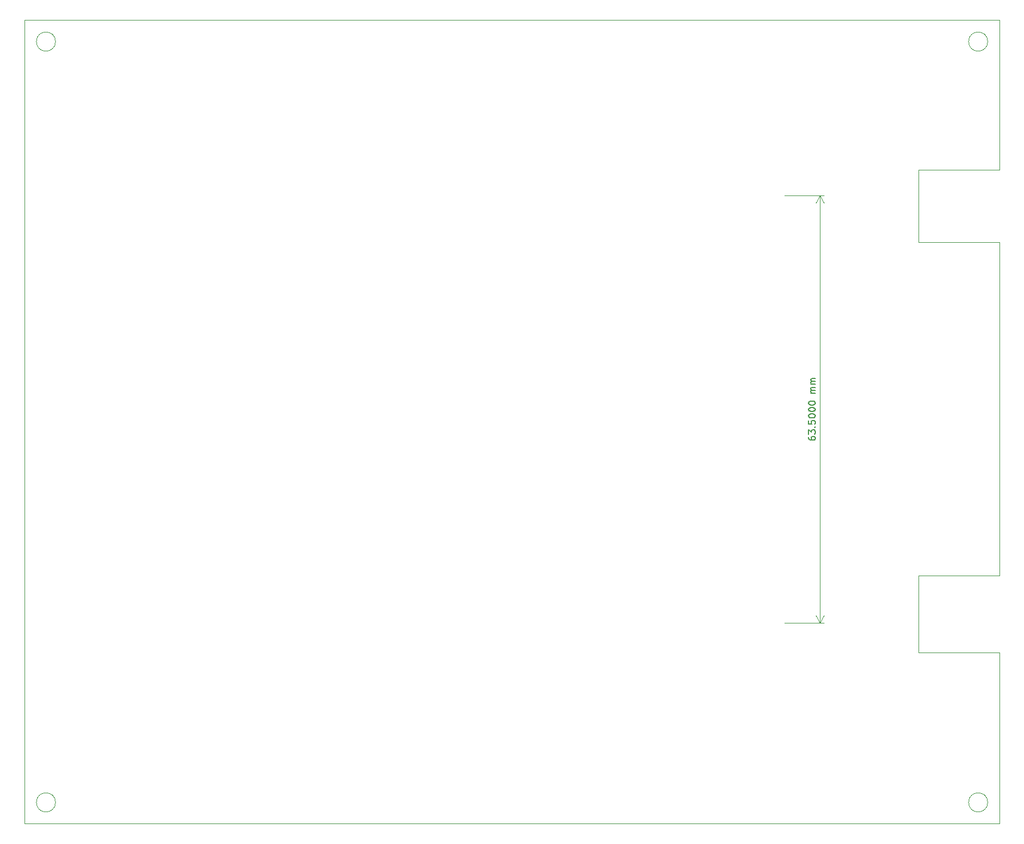
<source format=gbr>
%TF.GenerationSoftware,KiCad,Pcbnew,8.0.2*%
%TF.CreationDate,2024-05-12T20:19:38-06:00*%
%TF.ProjectId,devBoard,64657642-6f61-4726-942e-6b696361645f,rev?*%
%TF.SameCoordinates,Original*%
%TF.FileFunction,Profile,NP*%
%FSLAX46Y46*%
G04 Gerber Fmt 4.6, Leading zero omitted, Abs format (unit mm)*
G04 Created by KiCad (PCBNEW 8.0.2) date 2024-05-12 20:19:38*
%MOMM*%
%LPD*%
G01*
G04 APERTURE LIST*
%ADD10C,0.150000*%
%TA.AperFunction,Profile*%
%ADD11C,0.050000*%
%TD*%
G04 APERTURE END LIST*
D10*
X182137319Y-93042856D02*
X182137319Y-93233332D01*
X182137319Y-93233332D02*
X182184938Y-93328570D01*
X182184938Y-93328570D02*
X182232557Y-93376189D01*
X182232557Y-93376189D02*
X182375414Y-93471427D01*
X182375414Y-93471427D02*
X182565890Y-93519046D01*
X182565890Y-93519046D02*
X182946842Y-93519046D01*
X182946842Y-93519046D02*
X183042080Y-93471427D01*
X183042080Y-93471427D02*
X183089700Y-93423808D01*
X183089700Y-93423808D02*
X183137319Y-93328570D01*
X183137319Y-93328570D02*
X183137319Y-93138094D01*
X183137319Y-93138094D02*
X183089700Y-93042856D01*
X183089700Y-93042856D02*
X183042080Y-92995237D01*
X183042080Y-92995237D02*
X182946842Y-92947618D01*
X182946842Y-92947618D02*
X182708747Y-92947618D01*
X182708747Y-92947618D02*
X182613509Y-92995237D01*
X182613509Y-92995237D02*
X182565890Y-93042856D01*
X182565890Y-93042856D02*
X182518271Y-93138094D01*
X182518271Y-93138094D02*
X182518271Y-93328570D01*
X182518271Y-93328570D02*
X182565890Y-93423808D01*
X182565890Y-93423808D02*
X182613509Y-93471427D01*
X182613509Y-93471427D02*
X182708747Y-93519046D01*
X182137319Y-92614284D02*
X182137319Y-91995237D01*
X182137319Y-91995237D02*
X182518271Y-92328570D01*
X182518271Y-92328570D02*
X182518271Y-92185713D01*
X182518271Y-92185713D02*
X182565890Y-92090475D01*
X182565890Y-92090475D02*
X182613509Y-92042856D01*
X182613509Y-92042856D02*
X182708747Y-91995237D01*
X182708747Y-91995237D02*
X182946842Y-91995237D01*
X182946842Y-91995237D02*
X183042080Y-92042856D01*
X183042080Y-92042856D02*
X183089700Y-92090475D01*
X183089700Y-92090475D02*
X183137319Y-92185713D01*
X183137319Y-92185713D02*
X183137319Y-92471427D01*
X183137319Y-92471427D02*
X183089700Y-92566665D01*
X183089700Y-92566665D02*
X183042080Y-92614284D01*
X183042080Y-91566665D02*
X183089700Y-91519046D01*
X183089700Y-91519046D02*
X183137319Y-91566665D01*
X183137319Y-91566665D02*
X183089700Y-91614284D01*
X183089700Y-91614284D02*
X183042080Y-91566665D01*
X183042080Y-91566665D02*
X183137319Y-91566665D01*
X182137319Y-90614285D02*
X182137319Y-91090475D01*
X182137319Y-91090475D02*
X182613509Y-91138094D01*
X182613509Y-91138094D02*
X182565890Y-91090475D01*
X182565890Y-91090475D02*
X182518271Y-90995237D01*
X182518271Y-90995237D02*
X182518271Y-90757142D01*
X182518271Y-90757142D02*
X182565890Y-90661904D01*
X182565890Y-90661904D02*
X182613509Y-90614285D01*
X182613509Y-90614285D02*
X182708747Y-90566666D01*
X182708747Y-90566666D02*
X182946842Y-90566666D01*
X182946842Y-90566666D02*
X183042080Y-90614285D01*
X183042080Y-90614285D02*
X183089700Y-90661904D01*
X183089700Y-90661904D02*
X183137319Y-90757142D01*
X183137319Y-90757142D02*
X183137319Y-90995237D01*
X183137319Y-90995237D02*
X183089700Y-91090475D01*
X183089700Y-91090475D02*
X183042080Y-91138094D01*
X182137319Y-89947618D02*
X182137319Y-89852380D01*
X182137319Y-89852380D02*
X182184938Y-89757142D01*
X182184938Y-89757142D02*
X182232557Y-89709523D01*
X182232557Y-89709523D02*
X182327795Y-89661904D01*
X182327795Y-89661904D02*
X182518271Y-89614285D01*
X182518271Y-89614285D02*
X182756366Y-89614285D01*
X182756366Y-89614285D02*
X182946842Y-89661904D01*
X182946842Y-89661904D02*
X183042080Y-89709523D01*
X183042080Y-89709523D02*
X183089700Y-89757142D01*
X183089700Y-89757142D02*
X183137319Y-89852380D01*
X183137319Y-89852380D02*
X183137319Y-89947618D01*
X183137319Y-89947618D02*
X183089700Y-90042856D01*
X183089700Y-90042856D02*
X183042080Y-90090475D01*
X183042080Y-90090475D02*
X182946842Y-90138094D01*
X182946842Y-90138094D02*
X182756366Y-90185713D01*
X182756366Y-90185713D02*
X182518271Y-90185713D01*
X182518271Y-90185713D02*
X182327795Y-90138094D01*
X182327795Y-90138094D02*
X182232557Y-90090475D01*
X182232557Y-90090475D02*
X182184938Y-90042856D01*
X182184938Y-90042856D02*
X182137319Y-89947618D01*
X182137319Y-88995237D02*
X182137319Y-88899999D01*
X182137319Y-88899999D02*
X182184938Y-88804761D01*
X182184938Y-88804761D02*
X182232557Y-88757142D01*
X182232557Y-88757142D02*
X182327795Y-88709523D01*
X182327795Y-88709523D02*
X182518271Y-88661904D01*
X182518271Y-88661904D02*
X182756366Y-88661904D01*
X182756366Y-88661904D02*
X182946842Y-88709523D01*
X182946842Y-88709523D02*
X183042080Y-88757142D01*
X183042080Y-88757142D02*
X183089700Y-88804761D01*
X183089700Y-88804761D02*
X183137319Y-88899999D01*
X183137319Y-88899999D02*
X183137319Y-88995237D01*
X183137319Y-88995237D02*
X183089700Y-89090475D01*
X183089700Y-89090475D02*
X183042080Y-89138094D01*
X183042080Y-89138094D02*
X182946842Y-89185713D01*
X182946842Y-89185713D02*
X182756366Y-89233332D01*
X182756366Y-89233332D02*
X182518271Y-89233332D01*
X182518271Y-89233332D02*
X182327795Y-89185713D01*
X182327795Y-89185713D02*
X182232557Y-89138094D01*
X182232557Y-89138094D02*
X182184938Y-89090475D01*
X182184938Y-89090475D02*
X182137319Y-88995237D01*
X182137319Y-88042856D02*
X182137319Y-87947618D01*
X182137319Y-87947618D02*
X182184938Y-87852380D01*
X182184938Y-87852380D02*
X182232557Y-87804761D01*
X182232557Y-87804761D02*
X182327795Y-87757142D01*
X182327795Y-87757142D02*
X182518271Y-87709523D01*
X182518271Y-87709523D02*
X182756366Y-87709523D01*
X182756366Y-87709523D02*
X182946842Y-87757142D01*
X182946842Y-87757142D02*
X183042080Y-87804761D01*
X183042080Y-87804761D02*
X183089700Y-87852380D01*
X183089700Y-87852380D02*
X183137319Y-87947618D01*
X183137319Y-87947618D02*
X183137319Y-88042856D01*
X183137319Y-88042856D02*
X183089700Y-88138094D01*
X183089700Y-88138094D02*
X183042080Y-88185713D01*
X183042080Y-88185713D02*
X182946842Y-88233332D01*
X182946842Y-88233332D02*
X182756366Y-88280951D01*
X182756366Y-88280951D02*
X182518271Y-88280951D01*
X182518271Y-88280951D02*
X182327795Y-88233332D01*
X182327795Y-88233332D02*
X182232557Y-88185713D01*
X182232557Y-88185713D02*
X182184938Y-88138094D01*
X182184938Y-88138094D02*
X182137319Y-88042856D01*
X183137319Y-86519046D02*
X182470652Y-86519046D01*
X182565890Y-86519046D02*
X182518271Y-86471427D01*
X182518271Y-86471427D02*
X182470652Y-86376189D01*
X182470652Y-86376189D02*
X182470652Y-86233332D01*
X182470652Y-86233332D02*
X182518271Y-86138094D01*
X182518271Y-86138094D02*
X182613509Y-86090475D01*
X182613509Y-86090475D02*
X183137319Y-86090475D01*
X182613509Y-86090475D02*
X182518271Y-86042856D01*
X182518271Y-86042856D02*
X182470652Y-85947618D01*
X182470652Y-85947618D02*
X182470652Y-85804761D01*
X182470652Y-85804761D02*
X182518271Y-85709522D01*
X182518271Y-85709522D02*
X182613509Y-85661903D01*
X182613509Y-85661903D02*
X183137319Y-85661903D01*
X183137319Y-85185713D02*
X182470652Y-85185713D01*
X182565890Y-85185713D02*
X182518271Y-85138094D01*
X182518271Y-85138094D02*
X182470652Y-85042856D01*
X182470652Y-85042856D02*
X182470652Y-84899999D01*
X182470652Y-84899999D02*
X182518271Y-84804761D01*
X182518271Y-84804761D02*
X182613509Y-84757142D01*
X182613509Y-84757142D02*
X183137319Y-84757142D01*
X182613509Y-84757142D02*
X182518271Y-84709523D01*
X182518271Y-84709523D02*
X182470652Y-84614285D01*
X182470652Y-84614285D02*
X182470652Y-84471428D01*
X182470652Y-84471428D02*
X182518271Y-84376189D01*
X182518271Y-84376189D02*
X182613509Y-84328570D01*
X182613509Y-84328570D02*
X183137319Y-84328570D01*
D11*
X178617500Y-57150000D02*
X184418920Y-57150000D01*
X178617500Y-120650000D02*
X184418920Y-120650000D01*
X183832500Y-57150000D02*
X183832500Y-120650000D01*
X183832500Y-57150000D02*
X183832500Y-120650000D01*
X183832500Y-57150000D02*
X184418921Y-58276504D01*
X183832500Y-57150000D02*
X183246079Y-58276504D01*
X183832500Y-120650000D02*
X183246079Y-119523496D01*
X183832500Y-120650000D02*
X184418921Y-119523496D01*
X208747403Y-147320000D02*
G75*
G02*
X205907597Y-147320000I-1419903J0D01*
G01*
X205907597Y-147320000D02*
G75*
G02*
X208747403Y-147320000I1419903J0D01*
G01*
X70317403Y-147320000D02*
G75*
G02*
X67477597Y-147320000I-1419903J0D01*
G01*
X67477597Y-147320000D02*
G75*
G02*
X70317403Y-147320000I1419903J0D01*
G01*
X70317403Y-34290000D02*
G75*
G02*
X67477597Y-34290000I-1419903J0D01*
G01*
X67477597Y-34290000D02*
G75*
G02*
X70317403Y-34290000I1419903J0D01*
G01*
X208747403Y-34290000D02*
G75*
G02*
X205907597Y-34290000I-1419903J0D01*
G01*
X205907597Y-34290000D02*
G75*
G02*
X208747403Y-34290000I1419903J0D01*
G01*
X210502500Y-53340000D02*
X210502500Y-31115000D01*
X198437500Y-53340000D02*
X210502500Y-53340000D01*
X198437500Y-64135000D02*
X198437500Y-53340000D01*
X210502500Y-64135000D02*
X198437500Y-64135000D01*
X210502500Y-113665000D02*
X210502500Y-64135000D01*
X198437500Y-113665000D02*
X210502500Y-113665000D01*
X198437500Y-125095000D02*
X198437500Y-113665000D01*
X210502500Y-125095000D02*
X198437500Y-125095000D01*
X210502500Y-150495000D02*
X210502500Y-125095000D01*
X65722500Y-150495000D02*
X210502500Y-150495000D01*
X65722500Y-31115000D02*
X65722500Y-150495000D01*
X210502500Y-31115000D02*
X65722500Y-31115000D01*
M02*

</source>
